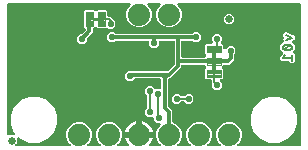
<source format=gbl>
G04 EAGLE Gerber RS-274X export*
G75*
%MOMM*%
%FSLAX34Y34*%
%LPD*%
%INBottom Copper*%
%IPPOS*%
%AMOC8*
5,1,8,0,0,1.08239X$1,22.5*%
G01*
%ADD10C,0.203200*%
%ADD11C,0.635000*%
%ADD12C,1.879600*%
%ADD13C,0.099059*%
%ADD14C,0.558800*%
%ADD15C,0.304800*%
%ADD16C,0.152400*%

G36*
X55391Y2812D02*
X55391Y2812D01*
X55530Y2825D01*
X55549Y2832D01*
X55569Y2835D01*
X55698Y2886D01*
X55829Y2933D01*
X55846Y2944D01*
X55864Y2952D01*
X55977Y3033D01*
X56092Y3111D01*
X56105Y3127D01*
X56122Y3138D01*
X56211Y3246D01*
X56302Y3350D01*
X56312Y3368D01*
X56325Y3383D01*
X56384Y3509D01*
X56447Y3633D01*
X56451Y3653D01*
X56460Y3671D01*
X56486Y3808D01*
X56517Y3943D01*
X56516Y3964D01*
X56520Y3983D01*
X56511Y4122D01*
X56507Y4261D01*
X56501Y4281D01*
X56500Y4301D01*
X56457Y4433D01*
X56419Y4567D01*
X56408Y4584D01*
X56402Y4603D01*
X56327Y4721D01*
X56257Y4841D01*
X56239Y4862D01*
X56232Y4872D01*
X56217Y4886D01*
X56151Y4961D01*
X54455Y6657D01*
X52831Y10578D01*
X52831Y14822D01*
X54455Y18743D01*
X57457Y21745D01*
X61378Y23369D01*
X65622Y23369D01*
X69543Y21745D01*
X72545Y18743D01*
X74169Y14822D01*
X74169Y10578D01*
X72545Y6657D01*
X70849Y4961D01*
X70764Y4852D01*
X70675Y4745D01*
X70667Y4726D01*
X70654Y4710D01*
X70599Y4582D01*
X70540Y4457D01*
X70536Y4437D01*
X70528Y4418D01*
X70506Y4280D01*
X70480Y4144D01*
X70481Y4124D01*
X70478Y4104D01*
X70491Y3965D01*
X70500Y3827D01*
X70506Y3808D01*
X70508Y3788D01*
X70555Y3656D01*
X70598Y3525D01*
X70609Y3507D01*
X70616Y3488D01*
X70694Y3373D01*
X70768Y3256D01*
X70783Y3242D01*
X70794Y3225D01*
X70898Y3133D01*
X71000Y3038D01*
X71017Y3028D01*
X71033Y3015D01*
X71157Y2951D01*
X71278Y2884D01*
X71298Y2879D01*
X71316Y2870D01*
X71452Y2840D01*
X71586Y2805D01*
X71614Y2803D01*
X71626Y2800D01*
X71647Y2801D01*
X71747Y2795D01*
X80653Y2795D01*
X80791Y2812D01*
X80930Y2825D01*
X80949Y2832D01*
X80969Y2835D01*
X81098Y2886D01*
X81229Y2933D01*
X81246Y2944D01*
X81264Y2952D01*
X81377Y3033D01*
X81492Y3111D01*
X81505Y3127D01*
X81522Y3138D01*
X81611Y3246D01*
X81702Y3350D01*
X81712Y3368D01*
X81725Y3383D01*
X81784Y3509D01*
X81847Y3633D01*
X81851Y3653D01*
X81860Y3671D01*
X81886Y3808D01*
X81917Y3943D01*
X81916Y3964D01*
X81920Y3983D01*
X81911Y4122D01*
X81907Y4261D01*
X81901Y4281D01*
X81900Y4301D01*
X81857Y4433D01*
X81819Y4567D01*
X81808Y4584D01*
X81802Y4603D01*
X81727Y4721D01*
X81657Y4841D01*
X81639Y4862D01*
X81632Y4872D01*
X81617Y4886D01*
X81551Y4961D01*
X79855Y6657D01*
X78231Y10578D01*
X78231Y14822D01*
X79855Y18743D01*
X82857Y21745D01*
X86778Y23369D01*
X91022Y23369D01*
X94943Y21745D01*
X97945Y18743D01*
X99569Y14822D01*
X99569Y10578D01*
X97945Y6657D01*
X96249Y4961D01*
X96164Y4852D01*
X96075Y4745D01*
X96067Y4726D01*
X96054Y4710D01*
X95999Y4582D01*
X95940Y4457D01*
X95936Y4437D01*
X95928Y4418D01*
X95906Y4280D01*
X95880Y4144D01*
X95881Y4124D01*
X95878Y4104D01*
X95891Y3965D01*
X95900Y3827D01*
X95906Y3808D01*
X95908Y3788D01*
X95955Y3656D01*
X95998Y3525D01*
X96009Y3507D01*
X96016Y3488D01*
X96094Y3373D01*
X96168Y3256D01*
X96183Y3242D01*
X96194Y3225D01*
X96298Y3133D01*
X96400Y3038D01*
X96417Y3028D01*
X96433Y3015D01*
X96557Y2951D01*
X96678Y2884D01*
X96698Y2879D01*
X96716Y2870D01*
X96852Y2840D01*
X96986Y2805D01*
X97014Y2803D01*
X97026Y2800D01*
X97047Y2801D01*
X97147Y2795D01*
X104257Y2795D01*
X104396Y2812D01*
X104534Y2825D01*
X104553Y2832D01*
X104573Y2835D01*
X104702Y2886D01*
X104833Y2933D01*
X104850Y2944D01*
X104868Y2952D01*
X104981Y3033D01*
X105096Y3112D01*
X105110Y3127D01*
X105126Y3138D01*
X105215Y3246D01*
X105307Y3350D01*
X105316Y3368D01*
X105329Y3383D01*
X105388Y3509D01*
X105451Y3634D01*
X105456Y3653D01*
X105464Y3671D01*
X105490Y3808D01*
X105521Y3944D01*
X105520Y3964D01*
X105524Y3983D01*
X105515Y4122D01*
X105511Y4262D01*
X105505Y4281D01*
X105504Y4301D01*
X105461Y4433D01*
X105422Y4567D01*
X105412Y4584D01*
X105406Y4603D01*
X105331Y4721D01*
X105261Y4841D01*
X105242Y4862D01*
X105236Y4872D01*
X105221Y4886D01*
X105216Y4892D01*
X104089Y6443D01*
X103236Y8117D01*
X102655Y9904D01*
X102615Y10161D01*
X113030Y10161D01*
X113148Y10176D01*
X113267Y10183D01*
X113305Y10196D01*
X113345Y10201D01*
X113456Y10244D01*
X113569Y10281D01*
X113603Y10303D01*
X113641Y10318D01*
X113737Y10388D01*
X113838Y10451D01*
X113866Y10481D01*
X113898Y10504D01*
X113974Y10596D01*
X114056Y10683D01*
X114075Y10718D01*
X114101Y10749D01*
X114152Y10857D01*
X114209Y10961D01*
X114220Y11001D01*
X114237Y11037D01*
X114259Y11154D01*
X114289Y11269D01*
X114293Y11330D01*
X114297Y11350D01*
X114295Y11370D01*
X114299Y11430D01*
X114299Y12701D01*
X114301Y12701D01*
X114301Y11430D01*
X114316Y11312D01*
X114323Y11193D01*
X114336Y11155D01*
X114341Y11114D01*
X114385Y11004D01*
X114421Y10891D01*
X114443Y10856D01*
X114458Y10819D01*
X114528Y10723D01*
X114591Y10622D01*
X114621Y10594D01*
X114645Y10561D01*
X114736Y10486D01*
X114823Y10404D01*
X114858Y10384D01*
X114890Y10359D01*
X114997Y10308D01*
X115102Y10250D01*
X115141Y10240D01*
X115177Y10223D01*
X115294Y10201D01*
X115409Y10171D01*
X115470Y10167D01*
X115490Y10163D01*
X115510Y10165D01*
X115570Y10161D01*
X125985Y10161D01*
X125945Y9904D01*
X125364Y8117D01*
X124511Y6443D01*
X123348Y4842D01*
X123339Y4826D01*
X123271Y4745D01*
X123263Y4726D01*
X123251Y4711D01*
X123195Y4583D01*
X123136Y4457D01*
X123132Y4437D01*
X123124Y4419D01*
X123102Y4281D01*
X123076Y4144D01*
X123077Y4125D01*
X123074Y4105D01*
X123087Y3966D01*
X123096Y3827D01*
X123102Y3808D01*
X123104Y3788D01*
X123151Y3657D01*
X123194Y3525D01*
X123205Y3508D01*
X123211Y3489D01*
X123289Y3374D01*
X123364Y3256D01*
X123379Y3242D01*
X123390Y3226D01*
X123494Y3134D01*
X123596Y3038D01*
X123613Y3028D01*
X123628Y3015D01*
X123752Y2952D01*
X123874Y2884D01*
X123894Y2879D01*
X123911Y2870D01*
X124047Y2840D01*
X124182Y2805D01*
X124210Y2803D01*
X124222Y2801D01*
X124242Y2801D01*
X124343Y2795D01*
X131453Y2795D01*
X131591Y2812D01*
X131730Y2825D01*
X131749Y2832D01*
X131769Y2835D01*
X131898Y2886D01*
X132029Y2933D01*
X132046Y2944D01*
X132064Y2952D01*
X132177Y3033D01*
X132292Y3111D01*
X132305Y3127D01*
X132322Y3138D01*
X132411Y3246D01*
X132502Y3350D01*
X132512Y3368D01*
X132525Y3383D01*
X132584Y3509D01*
X132647Y3633D01*
X132651Y3653D01*
X132660Y3671D01*
X132686Y3808D01*
X132717Y3943D01*
X132716Y3964D01*
X132720Y3983D01*
X132711Y4122D01*
X132707Y4261D01*
X132701Y4281D01*
X132700Y4301D01*
X132657Y4433D01*
X132619Y4567D01*
X132608Y4584D01*
X132602Y4603D01*
X132527Y4721D01*
X132457Y4841D01*
X132439Y4862D01*
X132432Y4872D01*
X132417Y4886D01*
X132351Y4961D01*
X130655Y6657D01*
X129031Y10578D01*
X129031Y14822D01*
X130655Y18743D01*
X132351Y20439D01*
X132436Y20548D01*
X132525Y20655D01*
X132533Y20674D01*
X132546Y20690D01*
X132601Y20818D01*
X132660Y20943D01*
X132664Y20963D01*
X132672Y20982D01*
X132694Y21120D01*
X132720Y21256D01*
X132719Y21276D01*
X132722Y21296D01*
X132709Y21435D01*
X132700Y21573D01*
X132694Y21592D01*
X132692Y21612D01*
X132645Y21744D01*
X132602Y21875D01*
X132591Y21893D01*
X132584Y21912D01*
X132506Y22027D01*
X132432Y22144D01*
X132417Y22158D01*
X132406Y22175D01*
X132302Y22267D01*
X132200Y22362D01*
X132183Y22372D01*
X132167Y22385D01*
X132043Y22449D01*
X131922Y22516D01*
X131902Y22521D01*
X131884Y22530D01*
X131748Y22560D01*
X131614Y22595D01*
X131586Y22597D01*
X131574Y22600D01*
X131553Y22599D01*
X131453Y22605D01*
X129126Y22605D01*
X126745Y24986D01*
X126745Y26493D01*
X126728Y26631D01*
X126715Y26769D01*
X126708Y26788D01*
X126705Y26808D01*
X126654Y26937D01*
X126607Y27069D01*
X126596Y27085D01*
X126588Y27104D01*
X126507Y27216D01*
X126428Y27332D01*
X126413Y27345D01*
X126402Y27361D01*
X126294Y27450D01*
X126190Y27542D01*
X126172Y27551D01*
X126157Y27564D01*
X126031Y27623D01*
X125907Y27687D01*
X125887Y27691D01*
X125869Y27700D01*
X125733Y27726D01*
X125596Y27756D01*
X125576Y27756D01*
X125557Y27759D01*
X125418Y27751D01*
X125279Y27746D01*
X125259Y27741D01*
X125239Y27740D01*
X125107Y27697D01*
X125067Y27685D01*
X121506Y27685D01*
X119125Y30066D01*
X119125Y33434D01*
X120786Y35094D01*
X120846Y35172D01*
X120914Y35244D01*
X120943Y35297D01*
X120980Y35345D01*
X121020Y35436D01*
X121068Y35523D01*
X121083Y35581D01*
X121107Y35637D01*
X121122Y35735D01*
X121147Y35831D01*
X121153Y35931D01*
X121157Y35951D01*
X121155Y35963D01*
X121157Y35991D01*
X121157Y45289D01*
X121145Y45387D01*
X121142Y45486D01*
X121125Y45544D01*
X121117Y45604D01*
X121081Y45696D01*
X121053Y45791D01*
X121023Y45843D01*
X121000Y45900D01*
X120942Y45980D01*
X120892Y46065D01*
X120826Y46141D01*
X120814Y46157D01*
X120804Y46165D01*
X120786Y46186D01*
X119125Y47846D01*
X119125Y51214D01*
X121506Y53595D01*
X124874Y53595D01*
X126937Y51531D01*
X127032Y51458D01*
X127121Y51379D01*
X127157Y51361D01*
X127189Y51336D01*
X127298Y51289D01*
X127404Y51235D01*
X127443Y51226D01*
X127481Y51210D01*
X127598Y51191D01*
X127714Y51165D01*
X127755Y51166D01*
X127795Y51160D01*
X127913Y51171D01*
X128032Y51175D01*
X128071Y51186D01*
X128111Y51190D01*
X128224Y51230D01*
X128338Y51263D01*
X128372Y51283D01*
X128411Y51297D01*
X128509Y51364D01*
X128612Y51424D01*
X128612Y51425D01*
X131826Y51425D01*
X131944Y51440D01*
X132063Y51447D01*
X132101Y51460D01*
X132142Y51465D01*
X132252Y51508D01*
X132365Y51545D01*
X132400Y51567D01*
X132437Y51582D01*
X132533Y51651D01*
X132634Y51715D01*
X132662Y51745D01*
X132695Y51768D01*
X132771Y51860D01*
X132852Y51947D01*
X132872Y51982D01*
X132897Y52013D01*
X132948Y52121D01*
X133006Y52225D01*
X133016Y52265D01*
X133033Y52301D01*
X133055Y52418D01*
X133085Y52533D01*
X133089Y52593D01*
X133093Y52613D01*
X133091Y52634D01*
X133095Y52694D01*
X133095Y58751D01*
X133083Y58849D01*
X133080Y58948D01*
X133063Y59006D01*
X133055Y59066D01*
X133019Y59158D01*
X132991Y59253D01*
X132961Y59306D01*
X132938Y59362D01*
X132880Y59442D01*
X132830Y59527D01*
X132764Y59603D01*
X132752Y59619D01*
X132742Y59627D01*
X132724Y59648D01*
X132038Y60334D01*
X131960Y60394D01*
X131888Y60462D01*
X131835Y60491D01*
X131787Y60528D01*
X131696Y60568D01*
X131609Y60616D01*
X131551Y60631D01*
X131495Y60655D01*
X131397Y60670D01*
X131301Y60695D01*
X131201Y60701D01*
X131181Y60705D01*
X131169Y60703D01*
X131141Y60705D01*
X111429Y60705D01*
X111331Y60693D01*
X111232Y60690D01*
X111174Y60673D01*
X111114Y60665D01*
X111022Y60629D01*
X110927Y60601D01*
X110875Y60571D01*
X110818Y60548D01*
X110738Y60490D01*
X110653Y60440D01*
X110577Y60374D01*
X110561Y60362D01*
X110553Y60352D01*
X110532Y60334D01*
X108364Y58165D01*
X104996Y58165D01*
X102615Y60546D01*
X102615Y63914D01*
X104996Y66295D01*
X138017Y66295D01*
X138115Y66307D01*
X138214Y66310D01*
X138272Y66327D01*
X138332Y66335D01*
X138424Y66371D01*
X138519Y66399D01*
X138572Y66429D01*
X138628Y66452D01*
X138708Y66510D01*
X138793Y66560D01*
X138869Y66626D01*
X138885Y66638D01*
X138893Y66648D01*
X138914Y66666D01*
X144154Y71906D01*
X144214Y71984D01*
X144282Y72056D01*
X144311Y72109D01*
X144348Y72157D01*
X144388Y72248D01*
X144436Y72335D01*
X144451Y72393D01*
X144475Y72449D01*
X144490Y72547D01*
X144515Y72643D01*
X144521Y72743D01*
X144525Y72763D01*
X144523Y72775D01*
X144525Y72803D01*
X144525Y91186D01*
X144510Y91304D01*
X144503Y91423D01*
X144490Y91461D01*
X144485Y91502D01*
X144442Y91612D01*
X144405Y91725D01*
X144383Y91760D01*
X144368Y91797D01*
X144299Y91893D01*
X144235Y91994D01*
X144205Y92022D01*
X144182Y92055D01*
X144090Y92131D01*
X144003Y92212D01*
X143968Y92232D01*
X143937Y92257D01*
X143829Y92308D01*
X143725Y92366D01*
X143685Y92376D01*
X143649Y92393D01*
X143532Y92415D01*
X143417Y92445D01*
X143357Y92449D01*
X143337Y92453D01*
X143316Y92451D01*
X143256Y92455D01*
X132334Y92455D01*
X132216Y92440D01*
X132097Y92433D01*
X132059Y92420D01*
X132018Y92415D01*
X131908Y92372D01*
X131795Y92335D01*
X131760Y92313D01*
X131723Y92298D01*
X131627Y92229D01*
X131526Y92165D01*
X131498Y92135D01*
X131465Y92112D01*
X131389Y92020D01*
X131308Y91933D01*
X131288Y91898D01*
X131263Y91867D01*
X131212Y91759D01*
X131154Y91655D01*
X131144Y91615D01*
X131127Y91579D01*
X131105Y91462D01*
X131075Y91347D01*
X131071Y91287D01*
X131067Y91267D01*
X131069Y91246D01*
X131065Y91186D01*
X131065Y88486D01*
X128684Y86105D01*
X125316Y86105D01*
X122935Y88486D01*
X122935Y91186D01*
X122920Y91304D01*
X122913Y91423D01*
X122900Y91461D01*
X122895Y91502D01*
X122852Y91612D01*
X122815Y91725D01*
X122793Y91760D01*
X122778Y91797D01*
X122709Y91893D01*
X122645Y91994D01*
X122615Y92022D01*
X122592Y92055D01*
X122500Y92131D01*
X122413Y92212D01*
X122378Y92232D01*
X122347Y92257D01*
X122239Y92308D01*
X122135Y92366D01*
X122095Y92376D01*
X122059Y92393D01*
X121942Y92415D01*
X121827Y92445D01*
X121767Y92449D01*
X121747Y92453D01*
X121726Y92451D01*
X121666Y92455D01*
X94919Y92455D01*
X94821Y92443D01*
X94722Y92440D01*
X94664Y92423D01*
X94604Y92415D01*
X94512Y92379D01*
X94417Y92351D01*
X94365Y92321D01*
X94308Y92298D01*
X94228Y92240D01*
X94143Y92190D01*
X94067Y92124D01*
X94051Y92112D01*
X94043Y92102D01*
X94022Y92084D01*
X93124Y91185D01*
X89756Y91185D01*
X87375Y93566D01*
X87375Y96934D01*
X89756Y99315D01*
X93124Y99315D01*
X94022Y98416D01*
X94100Y98356D01*
X94172Y98288D01*
X94225Y98259D01*
X94273Y98222D01*
X94364Y98182D01*
X94451Y98134D01*
X94509Y98119D01*
X94565Y98095D01*
X94663Y98080D01*
X94759Y98055D01*
X94859Y98049D01*
X94879Y98045D01*
X94891Y98047D01*
X94919Y98045D01*
X159081Y98045D01*
X159179Y98057D01*
X159278Y98060D01*
X159336Y98077D01*
X159396Y98085D01*
X159488Y98121D01*
X159583Y98149D01*
X159635Y98179D01*
X159692Y98202D01*
X159772Y98260D01*
X159857Y98310D01*
X159933Y98376D01*
X159949Y98388D01*
X159957Y98398D01*
X159978Y98416D01*
X160876Y99315D01*
X164244Y99315D01*
X166625Y96934D01*
X166625Y93566D01*
X164244Y91185D01*
X160876Y91185D01*
X159978Y92084D01*
X159900Y92144D01*
X159828Y92212D01*
X159775Y92241D01*
X159727Y92278D01*
X159636Y92318D01*
X159549Y92366D01*
X159491Y92381D01*
X159435Y92405D01*
X159337Y92420D01*
X159241Y92445D01*
X159141Y92451D01*
X159121Y92455D01*
X159109Y92453D01*
X159081Y92455D01*
X151384Y92455D01*
X151266Y92440D01*
X151147Y92433D01*
X151109Y92420D01*
X151068Y92415D01*
X150958Y92372D01*
X150845Y92335D01*
X150810Y92313D01*
X150773Y92298D01*
X150677Y92229D01*
X150576Y92165D01*
X150548Y92135D01*
X150515Y92112D01*
X150439Y92020D01*
X150358Y91933D01*
X150338Y91898D01*
X150313Y91867D01*
X150262Y91759D01*
X150204Y91655D01*
X150194Y91615D01*
X150177Y91579D01*
X150155Y91462D01*
X150125Y91347D01*
X150121Y91287D01*
X150117Y91267D01*
X150119Y91246D01*
X150115Y91186D01*
X150115Y78994D01*
X150130Y78876D01*
X150137Y78757D01*
X150150Y78719D01*
X150155Y78678D01*
X150198Y78568D01*
X150235Y78455D01*
X150257Y78420D01*
X150272Y78383D01*
X150341Y78287D01*
X150405Y78186D01*
X150435Y78158D01*
X150458Y78125D01*
X150550Y78049D01*
X150637Y77968D01*
X150672Y77948D01*
X150703Y77923D01*
X150811Y77872D01*
X150915Y77814D01*
X150955Y77804D01*
X150991Y77787D01*
X151108Y77765D01*
X151223Y77735D01*
X151283Y77731D01*
X151303Y77727D01*
X151324Y77729D01*
X151384Y77725D01*
X168910Y77725D01*
X169008Y77737D01*
X169107Y77740D01*
X169165Y77757D01*
X169226Y77765D01*
X169318Y77801D01*
X169413Y77829D01*
X169465Y77859D01*
X169521Y77882D01*
X169601Y77940D01*
X169687Y77990D01*
X169762Y78056D01*
X169779Y78068D01*
X169786Y78078D01*
X169808Y78096D01*
X170951Y79239D01*
X171024Y79334D01*
X171102Y79423D01*
X171121Y79459D01*
X171145Y79491D01*
X171193Y79600D01*
X171247Y79706D01*
X171256Y79745D01*
X171272Y79783D01*
X171291Y79900D01*
X171317Y80016D01*
X171315Y80057D01*
X171322Y80097D01*
X171311Y80215D01*
X171307Y80334D01*
X171296Y80373D01*
X171292Y80413D01*
X171252Y80526D01*
X171218Y80640D01*
X171198Y80674D01*
X171184Y80713D01*
X171117Y80811D01*
X171057Y80914D01*
X171017Y80959D01*
X171006Y80976D01*
X170990Y80989D01*
X170951Y81034D01*
X170179Y81806D01*
X170179Y88882D01*
X171214Y89917D01*
X175591Y89917D01*
X175729Y89934D01*
X175867Y89947D01*
X175886Y89954D01*
X175906Y89957D01*
X176036Y90008D01*
X176166Y90055D01*
X176183Y90066D01*
X176202Y90074D01*
X176314Y90155D01*
X176429Y90233D01*
X176443Y90249D01*
X176459Y90260D01*
X176548Y90368D01*
X176640Y90472D01*
X176649Y90490D01*
X176662Y90505D01*
X176721Y90631D01*
X176785Y90755D01*
X176789Y90775D01*
X176798Y90793D01*
X176824Y90929D01*
X176854Y91065D01*
X176854Y91086D01*
X176857Y91105D01*
X176849Y91244D01*
X176844Y91383D01*
X176839Y91403D01*
X176838Y91423D01*
X176795Y91555D01*
X176756Y91689D01*
X176746Y91706D01*
X176740Y91725D01*
X176665Y91843D01*
X176595Y91963D01*
X176576Y91984D01*
X176569Y91994D01*
X176554Y92008D01*
X176488Y92084D01*
X176275Y92296D01*
X176275Y95664D01*
X178656Y98045D01*
X182024Y98045D01*
X184405Y95664D01*
X184405Y92296D01*
X184103Y91995D01*
X184030Y91901D01*
X183951Y91811D01*
X183933Y91775D01*
X183908Y91744D01*
X183861Y91634D01*
X183807Y91528D01*
X183798Y91489D01*
X183782Y91452D01*
X183763Y91334D01*
X183737Y91218D01*
X183738Y91178D01*
X183732Y91138D01*
X183743Y91019D01*
X183747Y90900D01*
X183758Y90861D01*
X183762Y90821D01*
X183802Y90709D01*
X183835Y90595D01*
X183856Y90560D01*
X183869Y90522D01*
X183936Y90423D01*
X183997Y90321D01*
X184037Y90275D01*
X184048Y90259D01*
X184063Y90245D01*
X184103Y90200D01*
X185421Y88882D01*
X185421Y86283D01*
X185438Y86146D01*
X185451Y86007D01*
X185458Y85988D01*
X185461Y85968D01*
X185512Y85839D01*
X185559Y85708D01*
X185570Y85691D01*
X185578Y85672D01*
X185659Y85560D01*
X185737Y85445D01*
X185753Y85431D01*
X185764Y85415D01*
X185872Y85326D01*
X185976Y85234D01*
X185994Y85225D01*
X186009Y85212D01*
X186135Y85153D01*
X186259Y85090D01*
X186279Y85085D01*
X186297Y85076D01*
X186433Y85050D01*
X186569Y85020D01*
X186590Y85020D01*
X186609Y85017D01*
X186748Y85025D01*
X186887Y85030D01*
X186907Y85035D01*
X186927Y85036D01*
X187059Y85079D01*
X187193Y85118D01*
X187210Y85128D01*
X187229Y85134D01*
X187347Y85209D01*
X187467Y85279D01*
X187488Y85298D01*
X187498Y85305D01*
X187512Y85320D01*
X187587Y85386D01*
X190086Y87885D01*
X193454Y87885D01*
X195835Y85504D01*
X195835Y82136D01*
X194936Y81238D01*
X194876Y81160D01*
X194808Y81088D01*
X194779Y81035D01*
X194742Y80987D01*
X194702Y80896D01*
X194654Y80809D01*
X194639Y80751D01*
X194615Y80695D01*
X194600Y80597D01*
X194575Y80501D01*
X194569Y80401D01*
X194565Y80381D01*
X194567Y80369D01*
X194565Y80341D01*
X194565Y76312D01*
X190388Y72135D01*
X186690Y72135D01*
X186592Y72123D01*
X186493Y72120D01*
X186435Y72103D01*
X186374Y72095D01*
X186282Y72059D01*
X186187Y72031D01*
X186135Y72001D01*
X186079Y71978D01*
X185999Y71920D01*
X185913Y71870D01*
X185838Y71804D01*
X185821Y71792D01*
X185814Y71782D01*
X185792Y71764D01*
X184649Y70621D01*
X184576Y70526D01*
X184498Y70437D01*
X184479Y70401D01*
X184455Y70369D01*
X184407Y70260D01*
X184353Y70154D01*
X184344Y70115D01*
X184328Y70077D01*
X184309Y69960D01*
X184283Y69844D01*
X184285Y69803D01*
X184278Y69763D01*
X184289Y69645D01*
X184293Y69526D01*
X184304Y69487D01*
X184308Y69447D01*
X184348Y69334D01*
X184382Y69220D01*
X184402Y69186D01*
X184416Y69147D01*
X184483Y69049D01*
X184543Y68946D01*
X184583Y68901D01*
X184594Y68884D01*
X184610Y68871D01*
X184649Y68826D01*
X185421Y68054D01*
X185421Y60978D01*
X184386Y59943D01*
X183819Y59943D01*
X183682Y59926D01*
X183543Y59913D01*
X183524Y59906D01*
X183504Y59903D01*
X183375Y59852D01*
X183244Y59805D01*
X183227Y59794D01*
X183208Y59786D01*
X183096Y59705D01*
X182981Y59627D01*
X182967Y59611D01*
X182951Y59600D01*
X182862Y59492D01*
X182770Y59388D01*
X182761Y59370D01*
X182748Y59355D01*
X182689Y59229D01*
X182626Y59105D01*
X182621Y59085D01*
X182612Y59067D01*
X182586Y58930D01*
X182556Y58795D01*
X182556Y58774D01*
X182553Y58755D01*
X182561Y58616D01*
X182566Y58477D01*
X182571Y58457D01*
X182572Y58437D01*
X182615Y58305D01*
X182654Y58171D01*
X182664Y58154D01*
X182670Y58135D01*
X182745Y58017D01*
X182815Y57897D01*
X182834Y57876D01*
X182841Y57866D01*
X182856Y57852D01*
X182922Y57777D01*
X184405Y56294D01*
X184405Y52926D01*
X182024Y50545D01*
X178656Y50545D01*
X176275Y52926D01*
X176275Y55274D01*
X176263Y55372D01*
X176260Y55471D01*
X176243Y55530D01*
X176235Y55590D01*
X176199Y55682D01*
X176171Y55777D01*
X176141Y55829D01*
X176118Y55885D01*
X176060Y55966D01*
X176010Y56051D01*
X175944Y56126D01*
X175932Y56143D01*
X175922Y56151D01*
X175904Y56172D01*
X175767Y56308D01*
X175767Y58674D01*
X175752Y58792D01*
X175745Y58911D01*
X175732Y58949D01*
X175727Y58990D01*
X175684Y59100D01*
X175647Y59213D01*
X175625Y59248D01*
X175610Y59285D01*
X175541Y59381D01*
X175477Y59482D01*
X175447Y59510D01*
X175424Y59543D01*
X175332Y59619D01*
X175245Y59700D01*
X175210Y59720D01*
X175179Y59745D01*
X175071Y59796D01*
X174967Y59854D01*
X174927Y59864D01*
X174891Y59881D01*
X174774Y59903D01*
X174659Y59933D01*
X174599Y59937D01*
X174579Y59941D01*
X174558Y59939D01*
X174498Y59943D01*
X171214Y59943D01*
X170179Y60978D01*
X170179Y68054D01*
X170951Y68826D01*
X171024Y68920D01*
X171102Y69009D01*
X171121Y69045D01*
X171145Y69077D01*
X171193Y69186D01*
X171247Y69292D01*
X171256Y69331D01*
X171272Y69369D01*
X171291Y69486D01*
X171317Y69602D01*
X171315Y69643D01*
X171322Y69683D01*
X171311Y69801D01*
X171307Y69920D01*
X171296Y69959D01*
X171292Y69999D01*
X171252Y70112D01*
X171218Y70226D01*
X171198Y70261D01*
X171184Y70299D01*
X171117Y70397D01*
X171057Y70500D01*
X171017Y70545D01*
X171006Y70562D01*
X170990Y70575D01*
X170951Y70621D01*
X169808Y71764D01*
X169729Y71824D01*
X169657Y71892D01*
X169604Y71921D01*
X169556Y71958D01*
X169465Y71998D01*
X169379Y72046D01*
X169320Y72061D01*
X169264Y72085D01*
X169166Y72100D01*
X169071Y72125D01*
X168971Y72131D01*
X168950Y72135D01*
X168938Y72133D01*
X168910Y72135D01*
X151384Y72135D01*
X151266Y72120D01*
X151147Y72113D01*
X151109Y72100D01*
X151068Y72095D01*
X150958Y72052D01*
X150845Y72015D01*
X150810Y71993D01*
X150773Y71978D01*
X150677Y71909D01*
X150576Y71845D01*
X150548Y71815D01*
X150515Y71792D01*
X150439Y71700D01*
X150358Y71613D01*
X150338Y71578D01*
X150313Y71547D01*
X150262Y71439D01*
X150204Y71335D01*
X150194Y71295D01*
X150177Y71259D01*
X150155Y71142D01*
X150125Y71027D01*
X150121Y70967D01*
X150117Y70947D01*
X150119Y70926D01*
X150115Y70866D01*
X150115Y69962D01*
X140858Y60705D01*
X140639Y60705D01*
X140541Y60693D01*
X140442Y60690D01*
X140384Y60673D01*
X140324Y60665D01*
X140232Y60629D01*
X140137Y60601D01*
X140084Y60571D01*
X140028Y60548D01*
X139948Y60490D01*
X139863Y60440D01*
X139787Y60374D01*
X139771Y60362D01*
X139763Y60352D01*
X139742Y60334D01*
X139056Y59648D01*
X138996Y59570D01*
X138928Y59498D01*
X138899Y59445D01*
X138862Y59397D01*
X138822Y59306D01*
X138774Y59219D01*
X138759Y59161D01*
X138735Y59105D01*
X138720Y59007D01*
X138695Y58911D01*
X138689Y58811D01*
X138685Y58791D01*
X138687Y58779D01*
X138685Y58751D01*
X138685Y51366D01*
X138693Y51303D01*
X138693Y37235D01*
X138705Y37137D01*
X138708Y37038D01*
X138725Y36980D01*
X138733Y36920D01*
X138769Y36828D01*
X138797Y36733D01*
X138827Y36680D01*
X138850Y36624D01*
X138908Y36544D01*
X138958Y36459D01*
X139024Y36383D01*
X139036Y36367D01*
X139046Y36359D01*
X139064Y36338D01*
X140486Y34916D01*
X142495Y32908D01*
X142495Y23938D01*
X142498Y23909D01*
X142496Y23880D01*
X142518Y23751D01*
X142535Y23623D01*
X142545Y23595D01*
X142550Y23566D01*
X142604Y23448D01*
X142652Y23327D01*
X142669Y23303D01*
X142681Y23276D01*
X142762Y23175D01*
X142838Y23070D01*
X142861Y23051D01*
X142880Y23028D01*
X142983Y22950D01*
X143083Y22867D01*
X143110Y22854D01*
X143134Y22837D01*
X143278Y22766D01*
X145743Y21745D01*
X148745Y18743D01*
X150369Y14822D01*
X150369Y10578D01*
X148745Y6657D01*
X147049Y4961D01*
X146964Y4852D01*
X146875Y4745D01*
X146867Y4726D01*
X146854Y4710D01*
X146799Y4582D01*
X146740Y4457D01*
X146736Y4437D01*
X146728Y4418D01*
X146706Y4280D01*
X146680Y4144D01*
X146681Y4124D01*
X146678Y4104D01*
X146691Y3965D01*
X146700Y3827D01*
X146706Y3808D01*
X146708Y3788D01*
X146755Y3656D01*
X146798Y3525D01*
X146809Y3507D01*
X146816Y3488D01*
X146894Y3373D01*
X146968Y3256D01*
X146983Y3242D01*
X146994Y3225D01*
X147098Y3133D01*
X147200Y3038D01*
X147217Y3028D01*
X147233Y3015D01*
X147357Y2951D01*
X147478Y2884D01*
X147498Y2879D01*
X147516Y2870D01*
X147652Y2840D01*
X147786Y2805D01*
X147814Y2803D01*
X147826Y2800D01*
X147847Y2801D01*
X147947Y2795D01*
X156853Y2795D01*
X156991Y2812D01*
X157130Y2825D01*
X157149Y2832D01*
X157169Y2835D01*
X157298Y2886D01*
X157429Y2933D01*
X157446Y2944D01*
X157464Y2952D01*
X157577Y3033D01*
X157692Y3111D01*
X157705Y3127D01*
X157722Y3138D01*
X157811Y3246D01*
X157902Y3350D01*
X157912Y3368D01*
X157925Y3383D01*
X157984Y3509D01*
X158047Y3633D01*
X158051Y3653D01*
X158060Y3671D01*
X158086Y3808D01*
X158117Y3943D01*
X158116Y3964D01*
X158120Y3983D01*
X158111Y4122D01*
X158107Y4261D01*
X158101Y4281D01*
X158100Y4301D01*
X158057Y4433D01*
X158019Y4567D01*
X158008Y4584D01*
X158002Y4603D01*
X157927Y4721D01*
X157857Y4841D01*
X157839Y4862D01*
X157832Y4872D01*
X157817Y4886D01*
X157751Y4961D01*
X156055Y6657D01*
X154431Y10578D01*
X154431Y14822D01*
X156055Y18743D01*
X159057Y21745D01*
X162978Y23369D01*
X167222Y23369D01*
X171143Y21745D01*
X174145Y18743D01*
X175769Y14822D01*
X175769Y10578D01*
X174145Y6657D01*
X172449Y4961D01*
X172364Y4852D01*
X172275Y4745D01*
X172267Y4726D01*
X172254Y4710D01*
X172199Y4582D01*
X172140Y4457D01*
X172136Y4437D01*
X172128Y4418D01*
X172106Y4280D01*
X172080Y4144D01*
X172081Y4124D01*
X172078Y4104D01*
X172091Y3965D01*
X172100Y3827D01*
X172106Y3808D01*
X172108Y3788D01*
X172155Y3656D01*
X172198Y3525D01*
X172209Y3507D01*
X172216Y3488D01*
X172294Y3373D01*
X172368Y3256D01*
X172383Y3242D01*
X172394Y3225D01*
X172498Y3133D01*
X172600Y3038D01*
X172617Y3028D01*
X172633Y3015D01*
X172757Y2951D01*
X172878Y2884D01*
X172898Y2879D01*
X172916Y2870D01*
X173052Y2840D01*
X173186Y2805D01*
X173214Y2803D01*
X173226Y2800D01*
X173247Y2801D01*
X173347Y2795D01*
X182253Y2795D01*
X182391Y2812D01*
X182530Y2825D01*
X182549Y2832D01*
X182569Y2835D01*
X182698Y2886D01*
X182829Y2933D01*
X182846Y2944D01*
X182864Y2952D01*
X182977Y3033D01*
X183092Y3111D01*
X183105Y3127D01*
X183122Y3138D01*
X183211Y3246D01*
X183302Y3350D01*
X183312Y3368D01*
X183325Y3383D01*
X183384Y3509D01*
X183447Y3633D01*
X183451Y3653D01*
X183460Y3671D01*
X183486Y3808D01*
X183517Y3943D01*
X183516Y3964D01*
X183520Y3983D01*
X183511Y4122D01*
X183507Y4261D01*
X183501Y4281D01*
X183500Y4301D01*
X183457Y4433D01*
X183419Y4567D01*
X183408Y4584D01*
X183402Y4603D01*
X183327Y4721D01*
X183257Y4841D01*
X183239Y4862D01*
X183232Y4872D01*
X183217Y4886D01*
X183151Y4961D01*
X181455Y6657D01*
X179831Y10578D01*
X179831Y14822D01*
X181455Y18743D01*
X184457Y21745D01*
X188378Y23369D01*
X192622Y23369D01*
X196543Y21745D01*
X199545Y18743D01*
X201169Y14822D01*
X201169Y10578D01*
X199545Y6657D01*
X197849Y4961D01*
X197764Y4852D01*
X197675Y4745D01*
X197667Y4726D01*
X197654Y4710D01*
X197599Y4582D01*
X197540Y4457D01*
X197536Y4437D01*
X197528Y4418D01*
X197506Y4280D01*
X197480Y4144D01*
X197481Y4124D01*
X197478Y4104D01*
X197491Y3965D01*
X197500Y3827D01*
X197506Y3808D01*
X197508Y3788D01*
X197555Y3656D01*
X197598Y3525D01*
X197609Y3507D01*
X197616Y3488D01*
X197694Y3373D01*
X197768Y3256D01*
X197783Y3242D01*
X197794Y3225D01*
X197898Y3133D01*
X198000Y3038D01*
X198017Y3028D01*
X198033Y3015D01*
X198157Y2951D01*
X198278Y2884D01*
X198298Y2879D01*
X198316Y2870D01*
X198452Y2840D01*
X198586Y2805D01*
X198614Y2803D01*
X198626Y2800D01*
X198647Y2801D01*
X198747Y2795D01*
X249936Y2795D01*
X250054Y2810D01*
X250173Y2817D01*
X250211Y2830D01*
X250252Y2835D01*
X250362Y2878D01*
X250475Y2915D01*
X250510Y2937D01*
X250547Y2952D01*
X250643Y3021D01*
X250744Y3085D01*
X250772Y3115D01*
X250805Y3138D01*
X250881Y3230D01*
X250962Y3317D01*
X250982Y3352D01*
X251007Y3383D01*
X251058Y3491D01*
X251116Y3595D01*
X251126Y3635D01*
X251143Y3671D01*
X251165Y3788D01*
X251195Y3903D01*
X251199Y3963D01*
X251203Y3983D01*
X251201Y4004D01*
X251205Y4064D01*
X251205Y122936D01*
X251190Y123054D01*
X251183Y123173D01*
X251170Y123211D01*
X251165Y123252D01*
X251122Y123362D01*
X251085Y123475D01*
X251063Y123510D01*
X251048Y123547D01*
X250979Y123643D01*
X250915Y123744D01*
X250885Y123772D01*
X250862Y123805D01*
X250770Y123881D01*
X250683Y123962D01*
X250648Y123982D01*
X250617Y124007D01*
X250509Y124058D01*
X250405Y124116D01*
X250365Y124126D01*
X250329Y124143D01*
X250212Y124165D01*
X250097Y124195D01*
X250037Y124199D01*
X250017Y124203D01*
X249996Y124201D01*
X249936Y124205D01*
X147947Y124205D01*
X147809Y124188D01*
X147670Y124175D01*
X147651Y124168D01*
X147631Y124165D01*
X147502Y124114D01*
X147371Y124067D01*
X147354Y124056D01*
X147336Y124048D01*
X147223Y123967D01*
X147108Y123889D01*
X147095Y123873D01*
X147078Y123862D01*
X146989Y123754D01*
X146898Y123650D01*
X146888Y123632D01*
X146875Y123617D01*
X146816Y123491D01*
X146753Y123367D01*
X146749Y123347D01*
X146740Y123329D01*
X146714Y123192D01*
X146683Y123057D01*
X146684Y123036D01*
X146680Y123017D01*
X146689Y122878D01*
X146693Y122739D01*
X146699Y122719D01*
X146700Y122699D01*
X146743Y122567D01*
X146781Y122433D01*
X146792Y122416D01*
X146798Y122397D01*
X146873Y122279D01*
X146943Y122159D01*
X146961Y122138D01*
X146968Y122128D01*
X146983Y122114D01*
X147049Y122039D01*
X148745Y120343D01*
X150369Y116422D01*
X150369Y112178D01*
X148745Y108257D01*
X145743Y105255D01*
X141822Y103631D01*
X137578Y103631D01*
X133657Y105255D01*
X130655Y108257D01*
X129031Y112178D01*
X129031Y116422D01*
X130655Y120343D01*
X132351Y122039D01*
X132436Y122148D01*
X132525Y122255D01*
X132533Y122274D01*
X132546Y122290D01*
X132601Y122418D01*
X132660Y122543D01*
X132664Y122563D01*
X132672Y122582D01*
X132694Y122720D01*
X132720Y122856D01*
X132719Y122876D01*
X132722Y122896D01*
X132709Y123035D01*
X132700Y123173D01*
X132694Y123192D01*
X132692Y123212D01*
X132645Y123344D01*
X132602Y123475D01*
X132591Y123493D01*
X132584Y123512D01*
X132506Y123627D01*
X132432Y123744D01*
X132417Y123758D01*
X132406Y123775D01*
X132302Y123867D01*
X132200Y123962D01*
X132183Y123972D01*
X132167Y123985D01*
X132043Y124049D01*
X131922Y124116D01*
X131902Y124121D01*
X131884Y124130D01*
X131748Y124160D01*
X131614Y124195D01*
X131586Y124197D01*
X131574Y124200D01*
X131553Y124199D01*
X131453Y124205D01*
X122547Y124205D01*
X122409Y124188D01*
X122270Y124175D01*
X122251Y124168D01*
X122231Y124165D01*
X122102Y124114D01*
X121971Y124067D01*
X121954Y124056D01*
X121936Y124048D01*
X121823Y123967D01*
X121708Y123889D01*
X121695Y123873D01*
X121678Y123862D01*
X121589Y123754D01*
X121498Y123650D01*
X121488Y123632D01*
X121475Y123617D01*
X121416Y123491D01*
X121353Y123367D01*
X121349Y123347D01*
X121340Y123329D01*
X121314Y123192D01*
X121283Y123057D01*
X121284Y123036D01*
X121280Y123017D01*
X121289Y122878D01*
X121293Y122739D01*
X121299Y122719D01*
X121300Y122699D01*
X121343Y122567D01*
X121381Y122433D01*
X121392Y122416D01*
X121398Y122397D01*
X121473Y122279D01*
X121543Y122159D01*
X121561Y122138D01*
X121568Y122128D01*
X121583Y122114D01*
X121649Y122039D01*
X123345Y120343D01*
X124969Y116422D01*
X124969Y112178D01*
X123345Y108257D01*
X120343Y105255D01*
X116422Y103631D01*
X112178Y103631D01*
X108257Y105255D01*
X105255Y108257D01*
X103631Y112178D01*
X103631Y116422D01*
X105255Y120343D01*
X106951Y122039D01*
X107036Y122148D01*
X107125Y122255D01*
X107133Y122274D01*
X107146Y122290D01*
X107201Y122418D01*
X107260Y122543D01*
X107264Y122563D01*
X107272Y122582D01*
X107294Y122720D01*
X107320Y122856D01*
X107319Y122876D01*
X107322Y122896D01*
X107309Y123035D01*
X107300Y123173D01*
X107294Y123192D01*
X107292Y123212D01*
X107245Y123344D01*
X107202Y123475D01*
X107191Y123493D01*
X107184Y123512D01*
X107106Y123627D01*
X107032Y123744D01*
X107017Y123758D01*
X107006Y123775D01*
X106902Y123867D01*
X106800Y123962D01*
X106783Y123972D01*
X106767Y123985D01*
X106643Y124049D01*
X106522Y124116D01*
X106502Y124121D01*
X106484Y124130D01*
X106348Y124160D01*
X106214Y124195D01*
X106186Y124197D01*
X106174Y124200D01*
X106153Y124199D01*
X106053Y124205D01*
X4064Y124205D01*
X3946Y124190D01*
X3827Y124183D01*
X3789Y124170D01*
X3748Y124165D01*
X3638Y124122D01*
X3525Y124085D01*
X3490Y124063D01*
X3453Y124048D01*
X3357Y123979D01*
X3256Y123915D01*
X3228Y123885D01*
X3195Y123862D01*
X3119Y123770D01*
X3038Y123683D01*
X3018Y123648D01*
X2993Y123617D01*
X2942Y123509D01*
X2884Y123405D01*
X2874Y123365D01*
X2857Y123329D01*
X2835Y123212D01*
X2805Y123097D01*
X2801Y123037D01*
X2797Y123017D01*
X2799Y122996D01*
X2795Y122936D01*
X2795Y13335D01*
X2810Y13217D01*
X2817Y13098D01*
X2830Y13060D01*
X2835Y13019D01*
X2878Y12909D01*
X2915Y12796D01*
X2937Y12761D01*
X2952Y12724D01*
X3021Y12628D01*
X3085Y12527D01*
X3115Y12499D01*
X3138Y12466D01*
X3230Y12390D01*
X3317Y12309D01*
X3352Y12289D01*
X3383Y12264D01*
X3491Y12213D01*
X3595Y12155D01*
X3635Y12145D01*
X3671Y12128D01*
X3788Y12106D01*
X3903Y12076D01*
X3963Y12072D01*
X3983Y12068D01*
X4004Y12070D01*
X4064Y12066D01*
X8010Y12066D01*
X8148Y12083D01*
X8286Y12096D01*
X8305Y12103D01*
X8325Y12106D01*
X8454Y12157D01*
X8586Y12204D01*
X8602Y12215D01*
X8621Y12223D01*
X8734Y12304D01*
X8849Y12382D01*
X8862Y12398D01*
X8878Y12409D01*
X8967Y12517D01*
X9059Y12621D01*
X9068Y12639D01*
X9081Y12654D01*
X9140Y12780D01*
X9204Y12904D01*
X9208Y12924D01*
X9217Y12942D01*
X9243Y13079D01*
X9273Y13214D01*
X9273Y13235D01*
X9277Y13254D01*
X9268Y13393D01*
X9264Y13532D01*
X9258Y13552D01*
X9257Y13572D01*
X9214Y13704D01*
X9175Y13838D01*
X9165Y13855D01*
X9159Y13874D01*
X9084Y13992D01*
X9014Y14112D01*
X8995Y14133D01*
X8989Y14143D01*
X8974Y14157D01*
X8907Y14233D01*
X8819Y14321D01*
X5841Y21509D01*
X5841Y29291D01*
X8819Y36479D01*
X14321Y41981D01*
X21509Y44959D01*
X29291Y44959D01*
X36479Y41981D01*
X41981Y36479D01*
X44959Y29291D01*
X44959Y21509D01*
X41981Y14321D01*
X36479Y8819D01*
X29290Y5841D01*
X21509Y5841D01*
X14321Y8819D01*
X12962Y10177D01*
X12853Y10262D01*
X12746Y10351D01*
X12727Y10360D01*
X12711Y10372D01*
X12584Y10427D01*
X12458Y10487D01*
X12438Y10491D01*
X12419Y10499D01*
X12281Y10521D01*
X12145Y10547D01*
X12125Y10545D01*
X12105Y10548D01*
X11966Y10535D01*
X11828Y10527D01*
X11809Y10521D01*
X11789Y10519D01*
X11657Y10471D01*
X11526Y10429D01*
X11508Y10418D01*
X11489Y10411D01*
X11374Y10333D01*
X11257Y10259D01*
X11243Y10244D01*
X11226Y10232D01*
X11134Y10128D01*
X11039Y10027D01*
X11029Y10009D01*
X11016Y9994D01*
X10952Y9870D01*
X10885Y9748D01*
X10880Y9729D01*
X10871Y9711D01*
X10841Y9575D01*
X10806Y9441D01*
X10804Y9412D01*
X10801Y9400D01*
X10802Y9380D01*
X10796Y9280D01*
X10796Y5778D01*
X9979Y4961D01*
X9894Y4852D01*
X9805Y4745D01*
X9796Y4726D01*
X9784Y4710D01*
X9729Y4583D01*
X9669Y4457D01*
X9665Y4437D01*
X9657Y4418D01*
X9635Y4280D01*
X9609Y4144D01*
X9611Y4124D01*
X9608Y4104D01*
X9621Y3965D01*
X9629Y3827D01*
X9635Y3808D01*
X9637Y3788D01*
X9685Y3656D01*
X9727Y3525D01*
X9738Y3507D01*
X9745Y3488D01*
X9823Y3373D01*
X9897Y3256D01*
X9912Y3242D01*
X9924Y3225D01*
X10028Y3133D01*
X10129Y3038D01*
X10147Y3028D01*
X10162Y3015D01*
X10286Y2952D01*
X10408Y2884D01*
X10427Y2879D01*
X10445Y2870D01*
X10581Y2840D01*
X10715Y2805D01*
X10744Y2803D01*
X10756Y2800D01*
X10776Y2801D01*
X10876Y2795D01*
X55253Y2795D01*
X55391Y2812D01*
G37*
%LPC*%
G36*
X224709Y5841D02*
X224709Y5841D01*
X217521Y8819D01*
X212019Y14321D01*
X209041Y21509D01*
X209041Y29291D01*
X212019Y36479D01*
X217521Y41981D01*
X224709Y44959D01*
X232491Y44959D01*
X239679Y41981D01*
X245181Y36479D01*
X248159Y29291D01*
X248159Y21509D01*
X245181Y14321D01*
X239679Y8819D01*
X232491Y5841D01*
X224709Y5841D01*
G37*
%LPD*%
%LPC*%
G36*
X64356Y89915D02*
X64356Y89915D01*
X61975Y92296D01*
X61975Y95664D01*
X64356Y98045D01*
X65627Y98045D01*
X65725Y98057D01*
X65824Y98060D01*
X65882Y98077D01*
X65942Y98085D01*
X66034Y98121D01*
X66129Y98149D01*
X66182Y98179D01*
X66238Y98202D01*
X66318Y98260D01*
X66403Y98310D01*
X66479Y98376D01*
X66495Y98388D01*
X66503Y98398D01*
X66524Y98416D01*
X68953Y100846D01*
X69026Y100940D01*
X69105Y101029D01*
X69123Y101065D01*
X69148Y101097D01*
X69196Y101206D01*
X69250Y101312D01*
X69259Y101352D01*
X69275Y101389D01*
X69293Y101507D01*
X69319Y101623D01*
X69318Y101663D01*
X69324Y101703D01*
X69313Y101822D01*
X69310Y101940D01*
X69298Y101979D01*
X69295Y102020D01*
X69254Y102132D01*
X69221Y102246D01*
X69201Y102281D01*
X69187Y102319D01*
X69120Y102417D01*
X69060Y102520D01*
X69020Y102565D01*
X69008Y102582D01*
X68993Y102595D01*
X68953Y102641D01*
X67690Y103904D01*
X67690Y117076D01*
X68725Y118111D01*
X75801Y118111D01*
X76573Y117339D01*
X76667Y117266D01*
X76756Y117188D01*
X76792Y117169D01*
X76824Y117145D01*
X76933Y117097D01*
X77039Y117043D01*
X77078Y117034D01*
X77116Y117018D01*
X77233Y116999D01*
X77349Y116973D01*
X77390Y116975D01*
X77430Y116968D01*
X77548Y116979D01*
X77667Y116983D01*
X77706Y116994D01*
X77746Y116998D01*
X77858Y117038D01*
X77973Y117072D01*
X78008Y117092D01*
X78046Y117106D01*
X78144Y117173D01*
X78247Y117233D01*
X78292Y117273D01*
X78309Y117284D01*
X78322Y117300D01*
X78368Y117339D01*
X79139Y118111D01*
X86215Y118111D01*
X87250Y117076D01*
X87250Y113792D01*
X87265Y113674D01*
X87272Y113555D01*
X87285Y113517D01*
X87290Y113476D01*
X87333Y113366D01*
X87370Y113253D01*
X87392Y113218D01*
X87407Y113181D01*
X87476Y113085D01*
X87540Y112984D01*
X87570Y112956D01*
X87593Y112923D01*
X87685Y112847D01*
X87772Y112766D01*
X87807Y112746D01*
X87838Y112721D01*
X87946Y112670D01*
X88050Y112612D01*
X88090Y112602D01*
X88126Y112585D01*
X88243Y112563D01*
X88358Y112533D01*
X88418Y112529D01*
X88438Y112525D01*
X88459Y112527D01*
X88519Y112523D01*
X89742Y112523D01*
X91148Y111116D01*
X91227Y111056D01*
X91299Y110988D01*
X91352Y110959D01*
X91400Y110922D01*
X91490Y110882D01*
X91577Y110834D01*
X91636Y110819D01*
X91691Y110795D01*
X91789Y110780D01*
X91829Y110769D01*
X94235Y108364D01*
X94235Y104996D01*
X91854Y102615D01*
X88486Y102615D01*
X88121Y102980D01*
X88027Y103053D01*
X87938Y103132D01*
X87902Y103150D01*
X87870Y103175D01*
X87761Y103223D01*
X87655Y103277D01*
X87615Y103286D01*
X87578Y103302D01*
X87460Y103320D01*
X87344Y103346D01*
X87304Y103345D01*
X87264Y103351D01*
X87145Y103340D01*
X87027Y103337D01*
X86988Y103325D01*
X86947Y103322D01*
X86835Y103281D01*
X86721Y103248D01*
X86686Y103228D01*
X86648Y103214D01*
X86550Y103147D01*
X86447Y103087D01*
X86402Y103047D01*
X86385Y103035D01*
X86372Y103020D01*
X86326Y102980D01*
X86215Y102869D01*
X79139Y102869D01*
X78368Y103641D01*
X78274Y103713D01*
X78184Y103792D01*
X78148Y103811D01*
X78116Y103835D01*
X78007Y103883D01*
X77901Y103937D01*
X77862Y103946D01*
X77824Y103962D01*
X77707Y103981D01*
X77591Y104007D01*
X77550Y104005D01*
X77510Y104012D01*
X77392Y104001D01*
X77273Y103997D01*
X77234Y103986D01*
X77194Y103982D01*
X77081Y103942D01*
X76967Y103908D01*
X76933Y103888D01*
X76894Y103874D01*
X76796Y103807D01*
X76693Y103747D01*
X76648Y103707D01*
X76631Y103696D01*
X76618Y103680D01*
X76573Y103641D01*
X75429Y102498D01*
X75369Y102419D01*
X75301Y102347D01*
X75272Y102294D01*
X75235Y102246D01*
X75195Y102155D01*
X75147Y102069D01*
X75132Y102010D01*
X75108Y101954D01*
X75093Y101856D01*
X75068Y101761D01*
X75062Y101661D01*
X75058Y101640D01*
X75060Y101628D01*
X75058Y101600D01*
X75058Y99045D01*
X70476Y94464D01*
X70416Y94386D01*
X70348Y94314D01*
X70319Y94261D01*
X70282Y94213D01*
X70242Y94122D01*
X70194Y94035D01*
X70179Y93977D01*
X70155Y93921D01*
X70140Y93823D01*
X70115Y93727D01*
X70109Y93627D01*
X70105Y93607D01*
X70107Y93595D01*
X70105Y93567D01*
X70105Y92296D01*
X67724Y89915D01*
X64356Y89915D01*
G37*
%LPD*%
%LPC*%
G36*
X243147Y73050D02*
X243147Y73050D01*
X241720Y74477D01*
X241687Y74578D01*
X241665Y74612D01*
X241650Y74650D01*
X241581Y74746D01*
X241517Y74846D01*
X241487Y74874D01*
X241464Y74907D01*
X241372Y74983D01*
X241285Y75064D01*
X241250Y75084D01*
X241219Y75110D01*
X241111Y75160D01*
X241007Y75218D01*
X240967Y75228D01*
X240931Y75245D01*
X240814Y75268D01*
X240699Y75297D01*
X240639Y75301D01*
X240619Y75305D01*
X240598Y75304D01*
X240538Y75308D01*
X236163Y75308D01*
X236149Y75306D01*
X236023Y75300D01*
X235204Y75209D01*
X235187Y75218D01*
X235081Y75245D01*
X234488Y75838D01*
X234477Y75847D01*
X234384Y75932D01*
X233740Y76447D01*
X233735Y76465D01*
X233679Y76559D01*
X233679Y77397D01*
X233677Y77412D01*
X233672Y77537D01*
X233581Y78357D01*
X233590Y78373D01*
X233617Y78479D01*
X234210Y79072D01*
X234219Y79083D01*
X234303Y79177D01*
X236015Y81316D01*
X236025Y81332D01*
X236038Y81346D01*
X236108Y81468D01*
X236181Y81587D01*
X236186Y81605D01*
X236196Y81622D01*
X236233Y81757D01*
X236274Y81891D01*
X236275Y81910D01*
X236280Y81928D01*
X236282Y82068D01*
X236289Y82209D01*
X236285Y82228D01*
X236285Y82246D01*
X236253Y82382D01*
X236224Y82520D01*
X236216Y82537D01*
X236212Y82556D01*
X236146Y82679D01*
X236084Y82806D01*
X236072Y82820D01*
X236063Y82837D01*
X235969Y82941D01*
X235878Y83048D01*
X235862Y83058D01*
X235850Y83073D01*
X235732Y83150D01*
X235618Y83230D01*
X235600Y83237D01*
X235584Y83248D01*
X235435Y83309D01*
X235154Y83406D01*
X233679Y85470D01*
X233679Y88007D01*
X235154Y90071D01*
X235885Y90321D01*
X235987Y90371D01*
X236093Y90414D01*
X236130Y90441D01*
X236171Y90461D01*
X236257Y90535D01*
X236349Y90603D01*
X236378Y90638D01*
X236412Y90668D01*
X236478Y90761D01*
X236550Y90849D01*
X236569Y90891D01*
X236595Y90928D01*
X236636Y91035D01*
X236683Y91138D01*
X236691Y91183D01*
X236708Y91226D01*
X236720Y91339D01*
X236741Y91450D01*
X236738Y91496D01*
X236743Y91542D01*
X236727Y91654D01*
X236719Y91768D01*
X236701Y91835D01*
X236698Y91857D01*
X236691Y91874D01*
X236678Y91923D01*
X236206Y93337D01*
X236738Y94400D01*
X236748Y94428D01*
X236763Y94454D01*
X236800Y94578D01*
X236843Y94700D01*
X236846Y94730D01*
X236855Y94758D01*
X236860Y94888D01*
X236871Y95017D01*
X236866Y95046D01*
X236867Y95076D01*
X236840Y95203D01*
X236819Y95331D01*
X236807Y95358D01*
X236801Y95387D01*
X236738Y95535D01*
X236206Y96599D01*
X236805Y98396D01*
X238500Y99243D01*
X243693Y97512D01*
X243701Y97510D01*
X243710Y97506D01*
X243857Y97479D01*
X244005Y97450D01*
X244014Y97451D01*
X244022Y97449D01*
X244171Y97459D01*
X244219Y97462D01*
X244891Y97126D01*
X244900Y97123D01*
X244908Y97118D01*
X245057Y97057D01*
X245762Y96822D01*
X245786Y96786D01*
X245793Y96780D01*
X245798Y96773D01*
X245910Y96675D01*
X245946Y96643D01*
X246183Y95931D01*
X246188Y95922D01*
X246190Y95913D01*
X246252Y95764D01*
X246585Y95100D01*
X246576Y95057D01*
X246577Y95048D01*
X246575Y95039D01*
X246585Y94890D01*
X246588Y94843D01*
X246252Y94171D01*
X246249Y94162D01*
X246244Y94154D01*
X246183Y94005D01*
X245948Y93300D01*
X245912Y93276D01*
X245906Y93269D01*
X245899Y93264D01*
X245801Y93151D01*
X245769Y93116D01*
X245057Y92878D01*
X245048Y92874D01*
X245039Y92872D01*
X244891Y92809D01*
X244355Y92542D01*
X244244Y92468D01*
X244130Y92398D01*
X244112Y92379D01*
X244091Y92365D01*
X244002Y92266D01*
X243909Y92170D01*
X243896Y92147D01*
X243879Y92128D01*
X243817Y92010D01*
X243751Y91894D01*
X243744Y91869D01*
X243732Y91846D01*
X243702Y91716D01*
X243667Y91587D01*
X243666Y91561D01*
X243660Y91536D01*
X243664Y91402D01*
X243661Y91269D01*
X243667Y91244D01*
X243668Y91218D01*
X243704Y91090D01*
X243735Y90960D01*
X243747Y90937D01*
X243754Y90912D01*
X243821Y90797D01*
X243883Y90678D01*
X243901Y90659D01*
X243914Y90637D01*
X244007Y90542D01*
X244097Y90443D01*
X244119Y90429D01*
X244137Y90410D01*
X244251Y90341D01*
X244363Y90268D01*
X244396Y90254D01*
X244409Y90246D01*
X244429Y90240D01*
X244511Y90206D01*
X244906Y90070D01*
X246381Y88006D01*
X246381Y85470D01*
X245060Y83620D01*
X245053Y83608D01*
X245043Y83597D01*
X244977Y83468D01*
X244909Y83340D01*
X244905Y83326D01*
X244899Y83314D01*
X244867Y83172D01*
X244832Y83032D01*
X244832Y83017D01*
X244829Y83003D01*
X244833Y82858D01*
X244834Y82714D01*
X244838Y82700D01*
X244839Y82685D01*
X244879Y82546D01*
X244916Y82406D01*
X244923Y82394D01*
X244927Y82380D01*
X245000Y82255D01*
X245071Y82129D01*
X245081Y82118D01*
X245088Y82106D01*
X245195Y81985D01*
X246381Y80799D01*
X246381Y74389D01*
X245041Y73050D01*
X243147Y73050D01*
G37*
%LPD*%
%LPC*%
G36*
X144366Y39115D02*
X144366Y39115D01*
X141985Y41496D01*
X141985Y44864D01*
X144366Y47245D01*
X147734Y47245D01*
X149394Y45584D01*
X149472Y45524D01*
X149544Y45456D01*
X149597Y45427D01*
X149645Y45390D01*
X149736Y45350D01*
X149823Y45302D01*
X149881Y45287D01*
X149937Y45263D01*
X150035Y45248D01*
X150131Y45223D01*
X150231Y45217D01*
X150251Y45213D01*
X150263Y45215D01*
X150291Y45213D01*
X151969Y45213D01*
X152067Y45225D01*
X152166Y45228D01*
X152224Y45245D01*
X152284Y45253D01*
X152376Y45289D01*
X152471Y45317D01*
X152523Y45347D01*
X152580Y45370D01*
X152660Y45428D01*
X152745Y45478D01*
X152821Y45544D01*
X152837Y45556D01*
X152845Y45566D01*
X152866Y45584D01*
X154526Y47245D01*
X157894Y47245D01*
X160275Y44864D01*
X160275Y41496D01*
X157894Y39115D01*
X154526Y39115D01*
X152866Y40776D01*
X152788Y40836D01*
X152716Y40904D01*
X152663Y40933D01*
X152615Y40970D01*
X152524Y41010D01*
X152437Y41058D01*
X152379Y41073D01*
X152323Y41097D01*
X152225Y41112D01*
X152129Y41137D01*
X152029Y41143D01*
X152009Y41147D01*
X151997Y41145D01*
X151969Y41147D01*
X150291Y41147D01*
X150193Y41135D01*
X150094Y41132D01*
X150036Y41115D01*
X149976Y41107D01*
X149884Y41071D01*
X149789Y41043D01*
X149737Y41013D01*
X149680Y40990D01*
X149600Y40932D01*
X149515Y40882D01*
X149439Y40816D01*
X149423Y40804D01*
X149415Y40794D01*
X149394Y40776D01*
X147734Y39115D01*
X144366Y39115D01*
G37*
%LPD*%
%LPC*%
G36*
X188659Y106044D02*
X188659Y106044D01*
X186054Y108649D01*
X186054Y112331D01*
X188659Y114936D01*
X192341Y114936D01*
X194946Y112331D01*
X194946Y108649D01*
X192341Y106044D01*
X188659Y106044D01*
G37*
%LPD*%
%LPC*%
G36*
X116839Y15239D02*
X116839Y15239D01*
X116839Y24385D01*
X117096Y24345D01*
X118883Y23764D01*
X120557Y22911D01*
X122078Y21806D01*
X123406Y20478D01*
X124511Y18957D01*
X125364Y17283D01*
X125945Y15496D01*
X125985Y15239D01*
X116839Y15239D01*
G37*
%LPD*%
%LPC*%
G36*
X102615Y15239D02*
X102615Y15239D01*
X102655Y15496D01*
X103236Y17283D01*
X104089Y18957D01*
X105194Y20478D01*
X106522Y21806D01*
X108043Y22911D01*
X109717Y23764D01*
X111504Y24345D01*
X111761Y24385D01*
X111761Y15239D01*
X102615Y15239D01*
G37*
%LPD*%
G36*
X179089Y67831D02*
X179089Y67831D01*
X179111Y67834D01*
X179118Y67850D01*
X179127Y67856D01*
X179126Y67866D01*
X179133Y67882D01*
X179133Y81979D01*
X179121Y81997D01*
X179117Y82020D01*
X179102Y82027D01*
X179096Y82036D01*
X179086Y82034D01*
X179070Y82041D01*
X176530Y82041D01*
X176511Y82029D01*
X176489Y82026D01*
X176482Y82010D01*
X176473Y82004D01*
X176474Y81994D01*
X176467Y81979D01*
X176467Y67882D01*
X176479Y67863D01*
X176483Y67840D01*
X176498Y67833D01*
X176504Y67824D01*
X176514Y67826D01*
X176530Y67819D01*
X179070Y67819D01*
X179089Y67831D01*
G37*
G36*
X84474Y109169D02*
X84474Y109169D01*
X84496Y109173D01*
X84503Y109188D01*
X84512Y109194D01*
X84511Y109204D01*
X84518Y109220D01*
X84518Y111760D01*
X84506Y111779D01*
X84502Y111801D01*
X84487Y111808D01*
X84481Y111817D01*
X84471Y111816D01*
X84455Y111823D01*
X75629Y111823D01*
X75610Y111811D01*
X75587Y111807D01*
X75580Y111792D01*
X75571Y111786D01*
X75573Y111776D01*
X75566Y111760D01*
X75566Y109220D01*
X75578Y109201D01*
X75581Y109179D01*
X75597Y109172D01*
X75603Y109163D01*
X75613Y109164D01*
X75629Y109157D01*
X84455Y109157D01*
X84474Y109169D01*
G37*
D10*
X238675Y96774D02*
X244094Y94968D01*
X238675Y93162D01*
X240030Y88996D02*
X239870Y88994D01*
X239710Y88988D01*
X239551Y88979D01*
X239391Y88965D01*
X239232Y88948D01*
X239074Y88927D01*
X238916Y88903D01*
X238759Y88874D01*
X238602Y88842D01*
X238446Y88806D01*
X238291Y88766D01*
X238137Y88723D01*
X237985Y88676D01*
X237833Y88625D01*
X237682Y88571D01*
X237533Y88513D01*
X237386Y88452D01*
X237240Y88387D01*
X237095Y88319D01*
X237020Y88291D01*
X236947Y88260D01*
X236875Y88225D01*
X236805Y88187D01*
X236737Y88146D01*
X236671Y88101D01*
X236607Y88054D01*
X236545Y88003D01*
X236486Y87950D01*
X236430Y87893D01*
X236376Y87834D01*
X236325Y87773D01*
X236277Y87709D01*
X236232Y87643D01*
X236191Y87575D01*
X236153Y87505D01*
X236118Y87434D01*
X236086Y87360D01*
X236058Y87286D01*
X236034Y87210D01*
X236013Y87133D01*
X235996Y87055D01*
X235983Y86976D01*
X235974Y86897D01*
X235968Y86818D01*
X235966Y86738D01*
X235968Y86658D01*
X235974Y86579D01*
X235983Y86500D01*
X235996Y86421D01*
X236013Y86343D01*
X236034Y86266D01*
X236058Y86190D01*
X236086Y86116D01*
X236118Y86042D01*
X236153Y85971D01*
X236191Y85901D01*
X236232Y85833D01*
X236277Y85767D01*
X236325Y85703D01*
X236376Y85642D01*
X236430Y85583D01*
X236486Y85526D01*
X236545Y85473D01*
X236607Y85422D01*
X236671Y85375D01*
X236737Y85330D01*
X236805Y85289D01*
X236875Y85251D01*
X236947Y85216D01*
X237020Y85185D01*
X237095Y85157D01*
X237095Y85158D02*
X237240Y85090D01*
X237386Y85025D01*
X237533Y84964D01*
X237682Y84906D01*
X237833Y84852D01*
X237985Y84801D01*
X238137Y84754D01*
X238291Y84711D01*
X238446Y84671D01*
X238602Y84635D01*
X238759Y84603D01*
X238916Y84574D01*
X239074Y84550D01*
X239232Y84529D01*
X239391Y84512D01*
X239551Y84498D01*
X239710Y84489D01*
X239870Y84483D01*
X240030Y84481D01*
X240030Y88996D02*
X240190Y88994D01*
X240350Y88988D01*
X240509Y88979D01*
X240669Y88965D01*
X240828Y88948D01*
X240986Y88927D01*
X241144Y88903D01*
X241301Y88874D01*
X241458Y88842D01*
X241614Y88806D01*
X241769Y88766D01*
X241923Y88723D01*
X242075Y88676D01*
X242227Y88625D01*
X242378Y88571D01*
X242527Y88513D01*
X242674Y88452D01*
X242820Y88387D01*
X242965Y88319D01*
X243040Y88291D01*
X243113Y88260D01*
X243185Y88225D01*
X243255Y88187D01*
X243323Y88146D01*
X243389Y88101D01*
X243453Y88054D01*
X243515Y88003D01*
X243574Y87950D01*
X243630Y87893D01*
X243684Y87834D01*
X243735Y87773D01*
X243783Y87709D01*
X243828Y87643D01*
X243869Y87575D01*
X243907Y87505D01*
X243942Y87434D01*
X243974Y87360D01*
X244002Y87286D01*
X244026Y87210D01*
X244047Y87133D01*
X244064Y87055D01*
X244077Y86976D01*
X244086Y86897D01*
X244092Y86818D01*
X244094Y86738D01*
X242965Y85158D02*
X242820Y85090D01*
X242674Y85025D01*
X242527Y84964D01*
X242378Y84906D01*
X242227Y84852D01*
X242075Y84801D01*
X241923Y84754D01*
X241769Y84711D01*
X241614Y84671D01*
X241458Y84635D01*
X241301Y84603D01*
X241144Y84574D01*
X240986Y84550D01*
X240828Y84529D01*
X240669Y84512D01*
X240509Y84498D01*
X240350Y84489D01*
X240190Y84483D01*
X240030Y84481D01*
X242965Y85157D02*
X243040Y85185D01*
X243113Y85216D01*
X243185Y85251D01*
X243255Y85289D01*
X243323Y85330D01*
X243389Y85375D01*
X243453Y85422D01*
X243515Y85473D01*
X243574Y85526D01*
X243630Y85583D01*
X243684Y85642D01*
X243735Y85703D01*
X243783Y85767D01*
X243828Y85833D01*
X243869Y85901D01*
X243907Y85971D01*
X243942Y86042D01*
X243974Y86116D01*
X244002Y86190D01*
X244026Y86266D01*
X244047Y86343D01*
X244064Y86421D01*
X244077Y86500D01*
X244086Y86579D01*
X244092Y86658D01*
X244094Y86738D01*
X242288Y88544D02*
X237772Y84932D01*
X237772Y79852D02*
X235966Y77594D01*
X244094Y77594D01*
X244094Y75337D02*
X244094Y79852D01*
D11*
X190500Y110490D03*
X6350Y7620D03*
D12*
X114300Y12700D03*
X139700Y12700D03*
X165100Y12700D03*
X190500Y12700D03*
D13*
X85484Y116345D02*
X79870Y116345D01*
X85484Y116345D02*
X85484Y104635D01*
X79870Y104635D01*
X79870Y116345D01*
X79870Y105576D02*
X85484Y105576D01*
X85484Y106517D02*
X79870Y106517D01*
X79870Y107458D02*
X85484Y107458D01*
X85484Y108399D02*
X79870Y108399D01*
X79870Y109340D02*
X85484Y109340D01*
X85484Y110281D02*
X79870Y110281D01*
X79870Y111222D02*
X85484Y111222D01*
X85484Y112163D02*
X79870Y112163D01*
X79870Y113104D02*
X85484Y113104D01*
X85484Y114045D02*
X79870Y114045D01*
X79870Y114986D02*
X85484Y114986D01*
X85484Y115927D02*
X79870Y115927D01*
X75070Y116345D02*
X69456Y116345D01*
X75070Y116345D02*
X75070Y104635D01*
X69456Y104635D01*
X69456Y116345D01*
X69456Y105576D02*
X75070Y105576D01*
X75070Y106517D02*
X69456Y106517D01*
X69456Y107458D02*
X75070Y107458D01*
X75070Y108399D02*
X69456Y108399D01*
X69456Y109340D02*
X75070Y109340D01*
X75070Y110281D02*
X69456Y110281D01*
X69456Y111222D02*
X75070Y111222D01*
X75070Y112163D02*
X69456Y112163D01*
X69456Y113104D02*
X75070Y113104D01*
X75070Y114045D02*
X69456Y114045D01*
X69456Y114986D02*
X75070Y114986D01*
X75070Y115927D02*
X69456Y115927D01*
X171945Y88151D02*
X171945Y82537D01*
X171945Y88151D02*
X183655Y88151D01*
X183655Y82537D01*
X171945Y82537D01*
X171945Y83478D02*
X183655Y83478D01*
X183655Y84419D02*
X171945Y84419D01*
X171945Y85360D02*
X183655Y85360D01*
X183655Y86301D02*
X171945Y86301D01*
X171945Y87242D02*
X183655Y87242D01*
X171945Y77737D02*
X171945Y72123D01*
X171945Y77737D02*
X183655Y77737D01*
X183655Y72123D01*
X171945Y72123D01*
X171945Y73064D02*
X183655Y73064D01*
X183655Y74005D02*
X171945Y74005D01*
X171945Y74946D02*
X183655Y74946D01*
X183655Y75887D02*
X171945Y75887D01*
X171945Y76828D02*
X183655Y76828D01*
X171945Y67323D02*
X171945Y61709D01*
X171945Y67323D02*
X183655Y67323D01*
X183655Y61709D01*
X171945Y61709D01*
X171945Y62650D02*
X183655Y62650D01*
X183655Y63591D02*
X171945Y63591D01*
X171945Y64532D02*
X183655Y64532D01*
X183655Y65473D02*
X171945Y65473D01*
X171945Y66414D02*
X183655Y66414D01*
D12*
X63500Y12700D03*
X88900Y12700D03*
X139700Y114300D03*
X114300Y114300D03*
D14*
X80010Y87630D03*
X154940Y35560D03*
X115570Y46990D03*
X203200Y64770D03*
X62230Y104140D03*
X151130Y105410D03*
X104140Y105410D03*
X97790Y116840D03*
X186690Y99060D03*
X186690Y49530D03*
X147320Y25400D03*
X92710Y52070D03*
X99060Y76200D03*
X66040Y93980D03*
D15*
X72263Y100203D01*
X72263Y110490D01*
D14*
X106680Y62230D03*
D15*
X127000Y95250D02*
X147320Y95250D01*
X127000Y95250D02*
X91440Y95250D01*
D14*
X91440Y95250D03*
D15*
X107950Y63500D02*
X106680Y62230D01*
X135890Y63500D02*
X139700Y63500D01*
X135890Y63500D02*
X107950Y63500D01*
D14*
X127000Y90170D03*
D15*
X147320Y95250D02*
X147320Y74930D01*
D14*
X191770Y83820D03*
D15*
X191770Y77470D01*
X189230Y74930D01*
X177800Y74930D01*
X147320Y74930D01*
X147320Y71120D02*
X139700Y63500D01*
X147320Y71120D02*
X147320Y74930D01*
D14*
X162560Y95250D03*
D15*
X147320Y95250D01*
X139700Y31750D02*
X139700Y12700D01*
X135898Y49675D02*
X135890Y49683D01*
X135890Y62230D01*
X135890Y63500D01*
X135898Y49675D02*
X135898Y35552D01*
X139700Y31750D01*
D14*
X135890Y62230D03*
D15*
X127000Y90170D02*
X127000Y95250D01*
D14*
X156210Y43180D03*
X146050Y43180D03*
D16*
X156210Y43180D01*
D14*
X90170Y106680D03*
D16*
X90170Y109220D01*
X88900Y110490D01*
X82677Y110490D01*
D14*
X180340Y54610D03*
D16*
X177800Y57150D01*
X177800Y64516D01*
D14*
X180340Y93980D03*
D16*
X180340Y87884D01*
X177800Y85344D01*
D14*
X123190Y49530D03*
D16*
X123190Y31750D01*
D14*
X123190Y31750D03*
X130310Y47360D03*
D16*
X130310Y27170D01*
X130810Y26670D01*
D14*
X130810Y26670D03*
M02*

</source>
